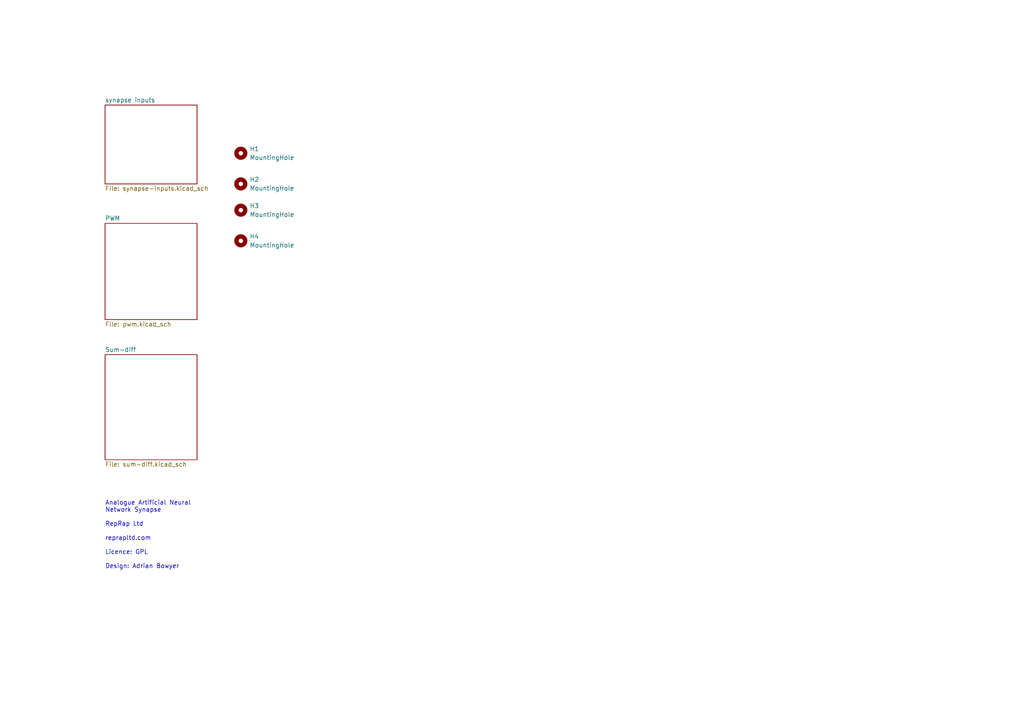
<source format=kicad_sch>
(kicad_sch (version 20230121) (generator eeschema)
  (paper "A4")
  (lib_symbols
    (symbol "Mechanical:MountingHole" (pin_names (offset 1.016))
      (property "Reference" "H" (at 0 5.08 0))
      (property "Value" "MountingHole" (at 0 3.175 0))
      (symbol "MountingHole_0_1"
        (circle (center 0 0) (radius 1.27) (stroke (width 1.27)))
      )
    )
  )
  (text "Analogue Artificial Neural\nNetwork Synapse\n\nRepRap Ltd\n\nreprapltd.com\n\nLicence: GPL\n\nDesign: Adrian Bowyer" (at 30.48 165.1 0) (effects (font (size 1.27 1.27)) (justify left bottom)))
  (symbol (lib_id "Mechanical:MountingHole") (at 69.85 44.45 0) (unit 1)
    (property "Reference" "H1" (at 72.39 43.18 0) (effects (justify left)))
    (property "Value" "MountingHole" (at 72.39 45.72 0) (effects (justify left)))
    (property "Footprint" "MountingHole:MountingHole_2.5mm" (effects hide))
  )
  (symbol (lib_id "Mechanical:MountingHole") (at 69.85 69.85 0) (unit 1)
    (property "Reference" "H4" (at 72.39 68.58 0) (effects (justify left)))
    (property "Value" "MountingHole" (at 72.39 71.12 0) (effects (justify left)))
    (property "Footprint" "MountingHole:MountingHole_2.5mm" (effects hide))
  )
  (symbol (lib_id "Mechanical:MountingHole") (at 69.85 60.96 0) (unit 1)
    (property "Reference" "H3" (at 72.39 59.69 0) (effects (justify left)))
    (property "Value" "MountingHole" (at 72.39 62.23 0) (effects (justify left)))
    (property "Footprint" "MountingHole:MountingHole_2.5mm" (effects hide))
  )
  (symbol (lib_id "Mechanical:MountingHole") (at 69.85 53.34 0) (unit 1)
    (property "Reference" "H2" (at 72.39 52.07 0) (effects (justify left)))
    (property "Value" "MountingHole" (at 72.39 54.61 0) (effects (justify left)))
    (property "Footprint" "MountingHole:MountingHole_2.5mm" (effects hide))
  )
  (sheet (at 30.48 30.48) (size 26.67 22.86) (stroke (width 0.1524))
    (property "Sheetname" "synapse inputs" (at 30.48 29.7684 0) (effects (justify left bottom)))
    (property "Sheetfile" "synapse-inputs.kicad_sch" (at 30.48 53.9246 0) (effects (justify left top)))
  )
  (sheet (at 30.48 102.87) (size 26.67 30.48) (stroke (width 0.1524))
    (property "Sheetname" "Sum-diff" (at 30.48 102.1584 0) (effects (justify left bottom)))
    (property "Sheetfile" "sum-diff.kicad_sch" (at 30.48 133.9346 0) (effects (justify left top)))
  )
  (sheet (at 30.48 64.77) (size 26.67 27.94) (stroke (width 0.1524))
    (property "Sheetname" "PWM" (at 30.48 64.0584 0) (effects (justify left bottom)))
    (property "Sheetfile" "pwm.kicad_sch" (at 30.48 93.2946 0) (effects (justify left top)))
  )
)
</source>
